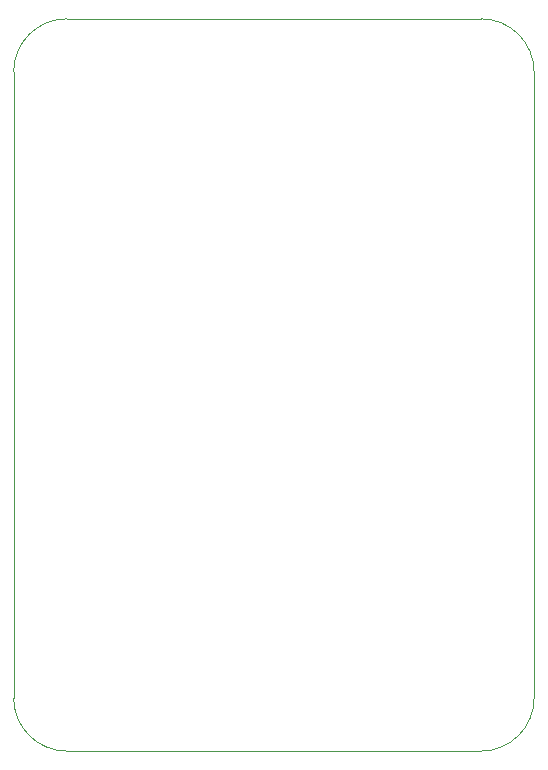
<source format=gm1>
G04 #@! TF.GenerationSoftware,KiCad,Pcbnew,(5.1.0)-1*
G04 #@! TF.CreationDate,2019-06-17T14:55:03-04:00*
G04 #@! TF.ProjectId,comp2dvi2,636f6d70-3264-4766-9932-2e6b69636164,rev?*
G04 #@! TF.SameCoordinates,PX528a7e4PY5879c7c*
G04 #@! TF.FileFunction,Profile,NP*
%FSLAX46Y46*%
G04 Gerber Fmt 4.6, Leading zero omitted, Abs format (unit mm)*
G04 Created by KiCad (PCBNEW (5.1.0)-1) date 2019-06-17 14:55:03*
%MOMM*%
%LPD*%
G04 APERTURE LIST*
%ADD10C,0.100000*%
G04 APERTURE END LIST*
D10*
X-20891500Y-25674500D02*
G75*
G03X-16391500Y-30174500I4500000J0D01*
G01*
X23177500Y-25674500D02*
G75*
G02X18677500Y-30174500I-4500000J0D01*
G01*
X-16391500Y31825500D02*
G75*
G03X-20891500Y27325500I0J-4500000D01*
G01*
X18677500Y31825500D02*
G75*
G02X23177500Y27325500I0J-4500000D01*
G01*
X23177500Y27325500D02*
X23177500Y-25674500D01*
X-16391500Y-30174500D02*
X18677500Y-30174500D01*
X18677500Y31825500D02*
X-16391500Y31825500D01*
X-20891500Y27325500D02*
X-20891500Y-25674500D01*
M02*

</source>
